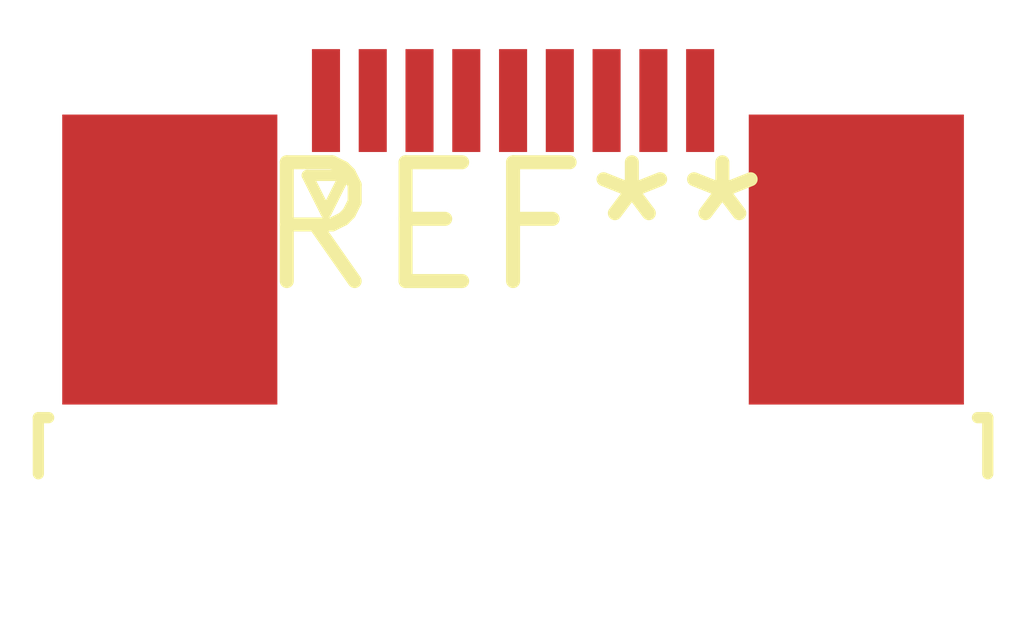
<source format=kicad_pcb>
(kicad_pcb (version 20240108) (generator pcbnew)
  (layers (0 "F.Cu" signal) (31 "B.Cu" signal) (34 "B.Paste" user) (35 "F.Paste" user) (36 "B.SilkS" user "B.Silkscreen") (37 "F.SilkS" user "F.Silkscreen") (38 "B.Mask" user) (39 "F.Mask" user) (44 "Edge.Cuts" user))
  (net 0 "")
  (footprint "TE_0-1734839-9_1x09-1MP_P0.5mm_Horizontal" (layer "F.Cu") (at 0 0)
    (property "Reference" "REF**")
    (property "Value" "PCB Edge")
    (fp_line (start -5.075 2.04) (end -5.075 2.64) (layer "F.SilkS") (stroke (width 0.12)))
    (fp_line (start -4.965 2.04) (end -5.075 2.04) (layer "F.SilkS") (stroke (width 0.12)))
    (fp_line (start -2.2 -0.55) (end -2 -0.15) (layer "F.SilkS") (stroke (width 0.12)))
    (fp_line (start -2 -0.15) (end -1.8 -0.55) (layer "F.SilkS") (stroke (width 0.12)))
    (fp_line (start -1.8 -0.55) (end -2.2 -0.55) (layer "F.SilkS") (stroke (width 0.12)))
    (fp_line (start 4.965 2.04) (end 5.075 2.04) (layer "F.SilkS") (stroke (width 0.12)))
    (fp_line (start 5.075 2.04) (end 5.075 2.64) (layer "F.SilkS") (stroke (width 0.12)))
    (pad "1" smd rect (at -2 -1.35) (size 0.3 1.1) (layers "F.Cu" "F.Paste" "F.Mask"))
    (pad "2" smd rect (at -1.5 -1.35) (size 0.3 1.1) (layers "F.Cu" "F.Paste" "F.Mask"))
    (pad "3" smd rect (at -1 -1.35) (size 0.3 1.1) (layers "F.Cu" "F.Paste" "F.Mask"))
    (pad "4" smd rect (at -0.5 -1.35) (size 0.3 1.1) (layers "F.Cu" "F.Paste" "F.Mask"))
    (pad "5" smd rect (at 0 -1.35) (size 0.3 1.1) (layers "F.Cu" "F.Paste" "F.Mask"))
    (pad "6" smd rect (at 0.5 -1.35) (size 0.3 1.1) (layers "F.Cu" "F.Paste" "F.Mask"))
    (pad "7" smd rect (at 1 -1.35) (size 0.3 1.1) (layers "F.Cu" "F.Paste" "F.Mask"))
    (pad "8" smd rect (at 1.5 -1.35) (size 0.3 1.1) (layers "F.Cu" "F.Paste" "F.Mask"))
    (pad "9" smd rect (at 2 -1.35) (size 0.3 1.1) (layers "F.Cu" "F.Paste" "F.Mask"))
    (pad "MP" smd rect (at -3.67 0.35) (size 2.3 3.1) (layers "F.Cu" "F.Paste" "F.Mask"))
    (pad "MP" smd rect (at 3.67 0.35) (size 2.3 3.1) (layers "F.Cu" "F.Paste" "F.Mask"))
  )
)
</source>
